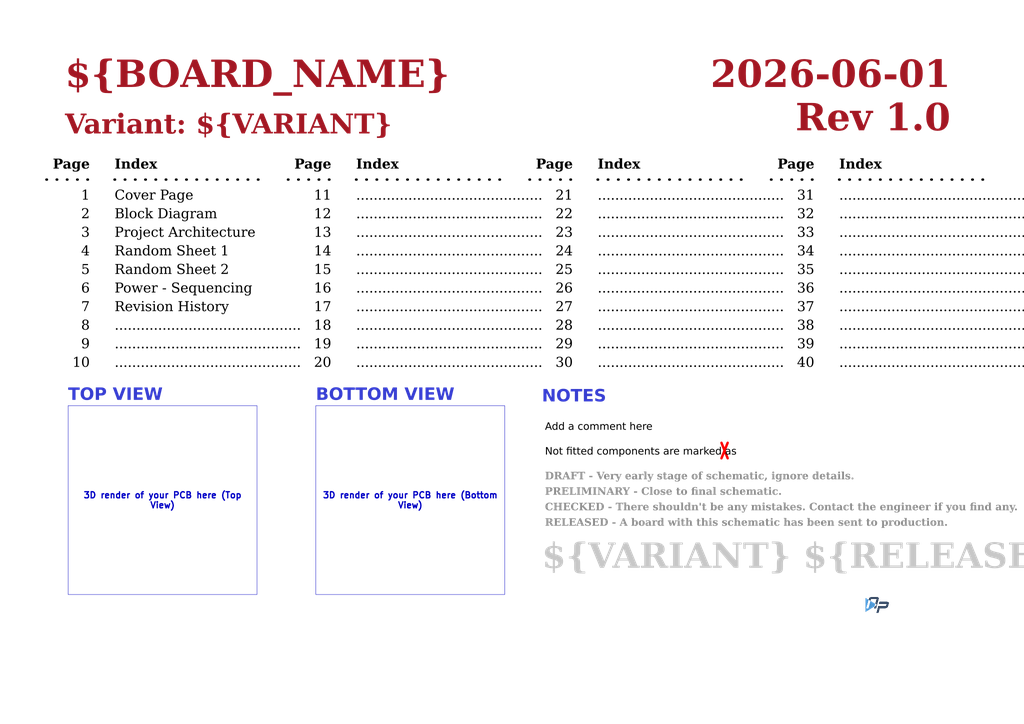
<source format=kicad_sch>
(kicad_sch (version 20250114) (generator "eeschema") (generator_version "9.0")
  (paper "A3")
  (title_block (title "Cover Page") (date "2025-10-26") (rev "1.0") (company "NP's Workshop"))
  (lib_symbols)
  (text "37" (at 334.01 129.54 0) (effects (font (size 4 4)) (justify right bottom)))
  (text "PRELIMINARY - Close to final schematic." (at 223.52 204.47 0) (effects (font (size 3 3) (thickness 0.6) (bold yes)) (justify left bottom)))
  (text "Not fitted components are marked as" (at 223.52 187.96 0) (effects (font (size 3 3)) (justify left bottom)))
  (text "Rev ${REVISION}" (at 389.89 58.42 0) (effects (font (size 11 11) (thickness 1) (bold yes)) (justify right bottom)))
  (text "..........................................." (at 344.17 91.44 0) (effects (font (size 4 4)) (justify left bottom)))
  (text "34" (at 334.01 106.68 0) (effects (font (size 4 4)) (justify right bottom)))
  (text "..........................................." (at 344.17 106.68 0) (effects (font (size 4 4)) (justify left bottom)))
  (text "30" (at 234.95 152.4 0) (effects (font (size 4 4)) (justify right bottom)))
  (text "..........................................." (at 146.05 99.06 0) (effects (font (size 4 4)) (justify left bottom)))
  (text "${VARIANT} ${RELEASE_DATE}" (at 222.25 237.49 0) (effects (font (size 10.16 10.16) (thickness 0.6) (bold yes)) (justify left bottom)))
  (text "..........................................." (at 245.11 91.44 0) (effects (font (size 4 4)) (justify left bottom)))
  (text "6" (at 36.83 121.92 0) (effects (font (size 4 4)) (justify right bottom)))
  (text "..........................................." (at 344.17 137.16 0) (effects (font (size 4 4)) (justify left bottom)))
  (text "9" (at 36.83 144.78 0) (effects (font (size 4 4)) (justify right bottom)))
  (text "31" (at 334.01 83.82 0) (effects (font (size 4 4)) (justify right bottom)))
  (text "..........................................." (at 344.17 129.54 0) (effects (font (size 4 4)) (justify left bottom)))
  (text "..........................................." (at 146.05 114.3 0) (effects (font (size 4 4)) (justify left bottom)))
  (text "Power - Sequencing" (at 46.99 121.92 0) (effects (font (size 4 4)) (justify left bottom)))
  (text "..........................................." (at 245.11 137.16 0) (effects (font (size 4 4)) (justify left bottom)))
  (text "Page" (at 234.95 71.12 0) (effects (font (size 4 4) (bold yes)) (justify right bottom)))
  (text "10" (at 36.83 152.4 0) (effects (font (size 4 4)) (justify right bottom)))
  (text "29" (at 234.95 144.78 0) (effects (font (size 4 4)) (justify right bottom)))
  (text "4" (at 36.83 106.68 0) (effects (font (size 4 4)) (justify right bottom)))
  (text "BOTTOM VIEW" (at 129.54 166.37 0) (effects (font (size 5 5) (bold yes)) (justify left bottom)))
  (text "CHECKED - There shouldn't be any mistakes. Contact the engineer if you find any." (at 223.52 210.82 0) (effects (font (size 3 3) (thickness 0.6) (bold yes)) (justify left bottom)))
  (text "39" (at 334.01 144.78 0) (effects (font (size 4 4)) (justify right bottom)))
  (text "..........................................." (at 344.17 144.78 0) (effects (font (size 4 4)) (justify left bottom)))
  (text "DRAFT - Very early stage of schematic, ignore details." (at 223.52 198.12 0) (effects (font (size 3 3) (thickness 0.6) (bold yes)) (justify left bottom)))
  (text "26" (at 234.95 121.92 0) (effects (font (size 4 4)) (justify right bottom)))
  (text "Variant: ${VARIANT}" (at 26.67 58.42 0) (effects (font (size 8 8) (thickness 1) (bold yes)) (justify left bottom)))
  (text "Add a comment here" (at 223.52 177.8 0) (effects (font (size 3 3)) (justify left bottom)))
  (text "NOTES" (at 222.25 167.005 0) (effects (font (size 5 5) (bold yes)) (justify left bottom)))
  (text "..........................................." (at 245.11 152.4 0) (effects (font (size 4 4)) (justify left bottom)))
  (text "1" (at 36.83 83.82 0) (effects (font (size 4 4)) (justify right bottom)))
  (text "..........................................." (at 245.11 106.68 0) (effects (font (size 4 4)) (justify left bottom)))
  (text "..........................................." (at 344.17 121.92 0) (effects (font (size 4 4)) (justify left bottom)))
  (text "..........................................." (at 344.17 99.06 0) (effects (font (size 4 4)) (justify left bottom)))
  (text "..........................................." (at 46.99 144.78 0) (effects (font (size 4 4)) (justify left bottom)))
  (text "19" (at 135.89 144.78 0) (effects (font (size 4 4)) (justify right bottom)))
  (text "11" (at 135.89 83.82 0) (effects (font (size 4 4)) (justify right bottom)))
  (text "Index" (at 344.17 71.12 0) (effects (font (size 4 4) (bold yes)) (justify left bottom)))
  (text "38" (at 334.01 137.16 0) (effects (font (size 4 4)) (justify right bottom)))
  (text "Index" (at 245.11 71.12 0) (effects (font (size 4 4) (bold yes)) (justify left bottom)))
  (text "12" (at 135.89 91.44 0) (effects (font (size 4 4)) (justify right bottom)))
  (text "..........................................." (at 46.99 137.16 0) (effects (font (size 4 4)) (justify left bottom)))
  (text "..........................................." (at 146.05 83.82 0) (effects (font (size 4 4)) (justify left bottom)))
  (text "..........................................." (at 146.05 121.92 0) (effects (font (size 4 4)) (justify left bottom)))
  (text "..........................................." (at 245.11 129.54 0) (effects (font (size 4 4)) (justify left bottom)))
  (text "..........................................." (at 245.11 121.92 0) (effects (font (size 4 4)) (justify left bottom)))
  (text "Revision History" (at 46.99 129.54 0) (effects (font (size 4 4)) (justify left bottom)))
  (text "27" (at 234.95 129.54 0) (effects (font (size 4 4)) (justify right bottom)))
  (text "..........................................." (at 46.99 152.4 0) (effects (font (size 4 4)) (justify left bottom)))
  (text "24" (at 234.95 106.68 0) (effects (font (size 4 4)) (justify right bottom)))
  (text "7" (at 36.83 129.54 0) (effects (font (size 4 4)) (justify right bottom)))
  (text "35" (at 334.01 114.3 0) (effects (font (size 4 4)) (justify right bottom)))
  (text "RELEASED - A board with this schematic has been sent to production." (at 223.52 217.17 0) (effects (font (size 3 3) (thickness 0.6) (bold yes)) (justify left bottom)))
  (text "${BOARD_NAME}" (at 26.67 40.64 0) (effects (font (size 11 11) (thickness 1) (bold yes)) (justify left bottom)))
  (text "..........................................." (at 146.05 152.4 0) (effects (font (size 4 4)) (justify left bottom)))
  (text "23" (at 234.95 99.06 0) (effects (font (size 4 4)) (justify right bottom)))
  (text "..........................................." (at 344.17 152.4 0) (effects (font (size 4 4)) (justify left bottom)))
  (text "${CURRENT_DATE}" (at 389.89 40.64 0) (effects (font (size 11 11) (thickness 1) (bold yes)) (justify right bottom)))
  (text "3" (at 36.83 99.06 0) (effects (font (size 4 4)) (justify right bottom)))
  (text "28" (at 234.95 137.16 0) (effects (font (size 4 4)) (justify right bottom)))
  (text "..........................................." (at 245.11 114.3 0) (effects (font (size 4 4)) (justify left bottom)))
  (text "14" (at 135.89 106.68 0) (effects (font (size 4 4)) (justify right bottom)))
  (text "..........................................." (at 245.11 99.06 0) (effects (font (size 4 4)) (justify left bottom)))
  (text "Project Architecture" (at 46.99 99.06 0) (effects (font (size 4 4)) (justify left bottom)))
  (text "..........................................." (at 344.17 83.82 0) (effects (font (size 4 4)) (justify left bottom)))
  (text "13" (at 135.89 99.06 0) (effects (font (size 4 4)) (justify right bottom)))
  (text "22" (at 234.95 91.44 0) (effects (font (size 4 4)) (justify right bottom)))
  (text "..........................................." (at 146.05 106.68 0) (effects (font (size 4 4)) (justify left bottom)))
  (text "Index" (at 146.05 71.12 0) (effects (font (size 4 4) (bold yes)) (justify left bottom)))
  (text "Page" (at 36.83 71.12 0) (effects (font (size 4 4) (bold yes)) (justify right bottom)))
  (text "..........................................." (at 245.11 144.78 0) (effects (font (size 4 4)) (justify left bottom)))
  (text "TOP VIEW" (at 27.94 166.37 0) (effects (font (size 5 5) (bold yes)) (justify left bottom)))
  (text "36" (at 334.01 121.92 0) (effects (font (size 4 4)) (justify right bottom)))
  (text "..........................................." (at 245.11 83.82 0) (effects (font (size 4 4)) (justify left bottom)))
  (text "33" (at 334.01 99.06 0) (effects (font (size 4 4)) (justify right bottom)))
  (text "5" (at 36.83 114.3 0) (effects (font (size 4 4)) (justify right bottom)))
  (text "40" (at 334.01 152.4 0) (effects (font (size 4 4)) (justify right bottom)))
  (text "15" (at 135.89 114.3 0) (effects (font (size 4 4)) (justify right bottom)))
  (text "16" (at 135.89 121.92 0) (effects (font (size 4 4)) (justify right bottom)))
  (text "21" (at 234.95 83.82 0) (effects (font (size 4 4)) (justify right bottom)))
  (text "18" (at 135.89 137.16 0) (effects (font (size 4 4)) (justify right bottom)))
  (text "25" (at 234.95 114.3 0) (effects (font (size 4 4)) (justify right bottom)))
  (text "Index" (at 46.99 71.12 0) (effects (font (size 4 4) (bold yes)) (justify left bottom)))
  (text "..........................................." (at 146.05 137.16 0) (effects (font (size 4 4)) (justify left bottom)))
  (text "Cover Page" (at 46.99 83.82 0) (effects (font (size 4 4)) (justify left bottom)))
  (text "2" (at 36.83 91.44 0) (effects (font (size 4 4)) (justify right bottom)))
  (text "Page" (at 135.89 71.12 0) (effects (font (size 4 4) (bold yes)) (justify right bottom)))
  (text "..........................................." (at 146.05 144.78 0) (effects (font (size 4 4)) (justify left bottom)))
  (text "..........................................." (at 146.05 91.44 0) (effects (font (size 4 4)) (justify left bottom)))
  (text "17" (at 135.89 129.54 0) (effects (font (size 4 4)) (justify right bottom)))
  (text "20" (at 135.89 152.4 0) (effects (font (size 4 4)) (justify right bottom)))
  (text "Page" (at 334.01 71.12 0) (effects (font (size 4 4) (bold yes)) (justify right bottom)))
  (text "..........................................." (at 146.05 129.54 0) (effects (font (size 4 4)) (justify left bottom)))
  (text "Block Diagram" (at 46.99 91.44 0) (effects (font (size 4 4)) (justify left bottom)))
  (text "..........................................." (at 344.17 114.3 0) (effects (font (size 4 4)) (justify left bottom)))
  (text "8" (at 36.83 137.16 0) (effects (font (size 4 4)) (justify right bottom)))
  (text "32" (at 334.01 91.44 0) (effects (font (size 4 4)) (justify right bottom)))
  (text "Random Sheet 1" (at 46.99 106.68 0) (effects (font (size 4 4)) (justify left bottom)))
  (text "Random Sheet 2" (at 46.99 114.3 0) (effects (font (size 4 4)) (justify left bottom)))
  (text_box "3D render of your PCB here (Bottom View)" (at 129.54 166.37 0) (size 77.47 77.47) (margins 1.905 1.905 1.905 1.905) (effects (font (size 2.54 2.54) (thickness 0.508) (bold yes))))
  (text_box "3D render of your PCB here (Top View)" (at 27.94 166.37 0) (size 77.47 77.47) (margins 1.905 1.905 1.905 1.905) (effects (font (size 2.54 2.54) (thickness 0.508) (bold yes))))
  (polyline (pts (xy 19.05 73.66) (xy 36.83 73.66)) (stroke (width 1) (type dot) (color 0 0 0 1)))
  (polyline (pts (xy 316.23 73.66) (xy 334.01 73.66)) (stroke (width 1) (type dot) (color 0 0 0 1)))
  (polyline (pts (xy 245.11 73.66) (xy 306.07 73.66)) (stroke (width 1) (type dot) (color 0 0 0 1)))
  (polyline (pts (xy 344.17 73.66) (xy 405.13 73.66)) (stroke (width 1) (type dot) (color 0 0 0 1)))
  (polyline (pts (xy 118.11 73.66) (xy 135.89 73.66)) (stroke (width 1) (type dot) (color 0 0 0 1)))
  (polyline (pts (xy 217.17 73.66) (xy 234.95 73.66)) (stroke (width 1) (type dot) (color 0 0 0 1)))
  (polyline (pts (xy 46.99 73.66) (xy 107.95 73.66)) (stroke (width 1) (type dot) (color 0 0 0 1)))
  (polyline (pts (xy 298.45 181.61) (xy 295.91 187.96)) (stroke (width 1) (color 255 0 0 1)))
  (polyline (pts (xy 146.05 73.66) (xy 207.01 73.66)) (stroke (width 1) (type dot) (color 0 0 0 1)))
  (polyline (pts (xy 295.91 181.61) (xy 298.45 187.96)) (stroke (width 1) (color 255 0 0 1)))
  (image (at 359.156 248.2601) (scale 0.0409688))
)
</source>
